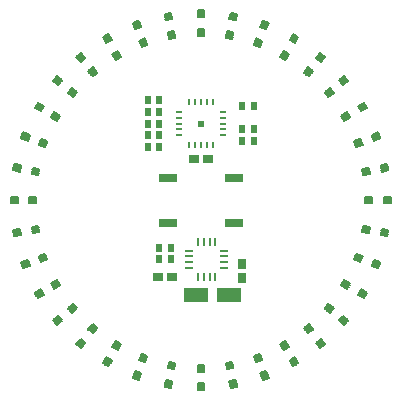
<source format=gbr>
G04 EAGLE Gerber RS-274X export*
G75*
%MOMM*%
%FSLAX34Y34*%
%LPD*%
%INSolderpaste Top*%
%IPPOS*%
%AMOC8*
5,1,8,0,0,1.08239X$1,22.5*%
G01*
%ADD10R,0.925000X0.740000*%
%ADD11R,0.600000X0.700000*%
%ADD12R,0.500000X0.500000*%
%ADD13R,0.482600X0.203200*%
%ADD14R,0.203200X0.482600*%
%ADD15C,0.175000*%
%ADD16R,0.772800X0.270000*%
%ADD17R,0.270000X0.772800*%
%ADD18R,2.000000X1.200000*%
%ADD19R,0.740000X0.925000*%
%ADD20R,1.524000X0.762000*%


D10*
X146000Y105000D03*
X134000Y105000D03*
D11*
X145000Y120000D03*
X135000Y120000D03*
D12*
X170000Y235000D03*
D13*
X151458Y245033D03*
X151458Y239953D03*
X151458Y235000D03*
X151458Y230047D03*
X151458Y224967D03*
X188542Y245033D03*
X188542Y239953D03*
X188542Y235000D03*
X188542Y230047D03*
X188542Y224967D03*
D14*
X159967Y253542D03*
X165047Y253542D03*
X170000Y253542D03*
X174953Y253542D03*
X180033Y253542D03*
X159967Y216458D03*
X165047Y216458D03*
X170000Y216458D03*
X174953Y216458D03*
X180033Y216458D03*
D15*
X307409Y191564D02*
X313189Y192583D01*
X307409Y191564D02*
X306497Y196733D01*
X312277Y197752D01*
X313189Y192583D01*
X313076Y193226D02*
X307116Y193226D01*
X306823Y194888D02*
X312782Y194888D01*
X312489Y196550D02*
X306529Y196550D01*
X323165Y194342D02*
X328945Y195361D01*
X323165Y194342D02*
X322253Y199511D01*
X328033Y200530D01*
X328945Y195361D01*
X328832Y196004D02*
X322872Y196004D01*
X322579Y197666D02*
X328538Y197666D01*
X328245Y199328D02*
X322285Y199328D01*
D16*
X160218Y127500D03*
X160218Y122500D03*
X160218Y117500D03*
X160218Y112500D03*
D17*
X167500Y105218D03*
X172500Y105218D03*
X177500Y105218D03*
X182500Y105218D03*
D16*
X189782Y112500D03*
X189782Y117500D03*
X189782Y122500D03*
X189782Y127500D03*
D17*
X182500Y134782D03*
X177500Y134782D03*
X172500Y134782D03*
X167500Y134782D03*
D18*
X194000Y90000D03*
X166000Y90000D03*
D19*
X205000Y104000D03*
X205000Y116000D03*
D11*
X145000Y130000D03*
X135000Y130000D03*
X205000Y230000D03*
X215000Y230000D03*
D20*
X142060Y189050D03*
X197940Y189050D03*
X142060Y150950D03*
X197940Y150950D03*
D10*
X176000Y205000D03*
X164000Y205000D03*
D15*
X314817Y225501D02*
X320332Y227509D01*
X322127Y222577D01*
X316612Y220569D01*
X314817Y225501D01*
X316007Y222231D02*
X321177Y222231D01*
X321648Y223893D02*
X315402Y223893D01*
X314965Y225555D02*
X321043Y225555D01*
X320438Y227217D02*
X319530Y227217D01*
X305296Y222037D02*
X299781Y220029D01*
X305296Y222037D02*
X307091Y217105D01*
X301576Y215097D01*
X299781Y220029D01*
X300971Y216759D02*
X306141Y216759D01*
X306612Y218421D02*
X300366Y218421D01*
X299929Y220083D02*
X306007Y220083D01*
X305402Y221745D02*
X304494Y221745D01*
X296830Y240195D02*
X291747Y237260D01*
X289122Y241805D01*
X294205Y244740D01*
X296830Y240195D01*
X294625Y238922D02*
X290787Y238922D01*
X289827Y240584D02*
X296605Y240584D01*
X295645Y242246D02*
X289886Y242246D01*
X292764Y243908D02*
X294686Y243908D01*
X305603Y245260D02*
X310686Y248195D01*
X305603Y245260D02*
X302978Y249805D01*
X308061Y252740D01*
X310686Y248195D01*
X308481Y246922D02*
X304643Y246922D01*
X303683Y248584D02*
X310461Y248584D01*
X309501Y250246D02*
X303742Y250246D01*
X306620Y251908D02*
X308542Y251908D01*
X291596Y275457D02*
X287100Y271684D01*
X291596Y275457D02*
X294970Y271436D01*
X290474Y267663D01*
X287100Y271684D01*
X289079Y269325D02*
X292454Y269325D01*
X294435Y270987D02*
X287685Y270987D01*
X288250Y272649D02*
X293952Y272649D01*
X292558Y274311D02*
X290230Y274311D01*
X279340Y265173D02*
X274844Y261400D01*
X279340Y265173D02*
X282714Y261152D01*
X278218Y257379D01*
X274844Y261400D01*
X276823Y259041D02*
X280198Y259041D01*
X282179Y260703D02*
X275429Y260703D01*
X275994Y262365D02*
X281696Y262365D01*
X280302Y264027D02*
X277974Y264027D01*
X261400Y274844D02*
X265173Y279340D01*
X261400Y274844D02*
X257379Y278218D01*
X261152Y282714D01*
X265173Y279340D01*
X262795Y276506D02*
X259419Y276506D01*
X257439Y278168D02*
X264189Y278168D01*
X264589Y279830D02*
X258732Y279830D01*
X260127Y281492D02*
X262608Y281492D01*
X271684Y287100D02*
X275457Y291596D01*
X271684Y287100D02*
X267663Y290474D01*
X271436Y294970D01*
X275457Y291596D01*
X273079Y288762D02*
X269703Y288762D01*
X267723Y290424D02*
X274473Y290424D01*
X274873Y292086D02*
X269016Y292086D01*
X270411Y293748D02*
X272892Y293748D01*
X248195Y310686D02*
X245260Y305603D01*
X248195Y310686D02*
X252740Y308061D01*
X249805Y302978D01*
X245260Y305603D01*
X246927Y304640D02*
X250765Y304640D01*
X251724Y306302D02*
X245664Y306302D01*
X246623Y307964D02*
X252684Y307964D01*
X250030Y309626D02*
X247583Y309626D01*
X240195Y296830D02*
X237260Y291747D01*
X240195Y296830D02*
X244740Y294205D01*
X241805Y289122D01*
X237260Y291747D01*
X238927Y290784D02*
X242765Y290784D01*
X243724Y292446D02*
X237664Y292446D01*
X238623Y294108D02*
X244684Y294108D01*
X242030Y295770D02*
X239583Y295770D01*
X220029Y299781D02*
X222037Y305296D01*
X220029Y299781D02*
X215097Y301576D01*
X217105Y307091D01*
X222037Y305296D01*
X220634Y301443D02*
X215462Y301443D01*
X215654Y303105D02*
X221239Y303105D01*
X221844Y304767D02*
X216259Y304767D01*
X216864Y306429D02*
X218924Y306429D01*
X225501Y314817D02*
X227509Y320332D01*
X225501Y314817D02*
X220569Y316612D01*
X222577Y322127D01*
X227509Y320332D01*
X226106Y316479D02*
X220934Y316479D01*
X221126Y318141D02*
X226711Y318141D01*
X227316Y319803D02*
X221731Y319803D01*
X222336Y321465D02*
X224396Y321465D01*
X195361Y328945D02*
X194342Y323165D01*
X195361Y328945D02*
X200530Y328033D01*
X199511Y322253D01*
X194342Y323165D01*
X194474Y323915D02*
X199804Y323915D01*
X200097Y325577D02*
X194767Y325577D01*
X195060Y327239D02*
X200390Y327239D01*
X195610Y328901D02*
X195353Y328901D01*
X192583Y313189D02*
X191564Y307409D01*
X192583Y313189D02*
X197752Y312277D01*
X196733Y306497D01*
X191564Y307409D01*
X191696Y308159D02*
X197026Y308159D01*
X197319Y309821D02*
X191989Y309821D01*
X192282Y311483D02*
X197612Y311483D01*
X192832Y313145D02*
X192575Y313145D01*
X172625Y314935D02*
X172625Y309065D01*
X167375Y309065D01*
X167375Y314935D01*
X172625Y314935D01*
X172625Y310727D02*
X167375Y310727D01*
X167375Y312389D02*
X172625Y312389D01*
X172625Y314051D02*
X167375Y314051D01*
X172625Y325065D02*
X172625Y330935D01*
X172625Y325065D02*
X167375Y325065D01*
X167375Y330935D01*
X172625Y330935D01*
X172625Y326727D02*
X167375Y326727D01*
X167375Y328389D02*
X172625Y328389D01*
X172625Y330051D02*
X167375Y330051D01*
X139470Y328033D02*
X140489Y322253D01*
X139470Y328033D02*
X144639Y328945D01*
X145658Y323165D01*
X140489Y322253D01*
X140196Y323915D02*
X145526Y323915D01*
X145233Y325577D02*
X139903Y325577D01*
X139610Y327239D02*
X144940Y327239D01*
X144647Y328901D02*
X144390Y328901D01*
X142248Y312277D02*
X143267Y306497D01*
X142248Y312277D02*
X147417Y313189D01*
X148436Y307409D01*
X143267Y306497D01*
X142974Y308159D02*
X148304Y308159D01*
X148011Y309821D02*
X142681Y309821D01*
X142388Y311483D02*
X147718Y311483D01*
X147425Y313145D02*
X147168Y313145D01*
X122895Y307091D02*
X124903Y301576D01*
X119971Y299781D01*
X117963Y305296D01*
X122895Y307091D01*
X124538Y301443D02*
X119366Y301443D01*
X118761Y303105D02*
X124346Y303105D01*
X123741Y304767D02*
X118156Y304767D01*
X121076Y306429D02*
X123136Y306429D01*
X119431Y316612D02*
X117423Y322127D01*
X119431Y316612D02*
X114499Y314817D01*
X112491Y320332D01*
X117423Y322127D01*
X119066Y316479D02*
X113894Y316479D01*
X113289Y318141D02*
X118874Y318141D01*
X118269Y319803D02*
X112684Y319803D01*
X115604Y321465D02*
X117664Y321465D01*
X90195Y302978D02*
X87260Y308061D01*
X91805Y310686D01*
X94740Y305603D01*
X90195Y302978D01*
X89235Y304640D02*
X93073Y304640D01*
X94336Y306302D02*
X88276Y306302D01*
X87316Y307964D02*
X93377Y307964D01*
X92417Y309626D02*
X89970Y309626D01*
X95260Y294205D02*
X98195Y289122D01*
X95260Y294205D02*
X99805Y296830D01*
X102740Y291747D01*
X98195Y289122D01*
X97235Y290784D02*
X101073Y290784D01*
X102336Y292446D02*
X96276Y292446D01*
X95316Y294108D02*
X101377Y294108D01*
X100417Y295770D02*
X97970Y295770D01*
X78848Y282714D02*
X82621Y278218D01*
X78600Y274844D01*
X74827Y279340D01*
X78848Y282714D01*
X77205Y276506D02*
X80581Y276506D01*
X82561Y278168D02*
X75811Y278168D01*
X75411Y279830D02*
X81268Y279830D01*
X79873Y281492D02*
X77392Y281492D01*
X72337Y290474D02*
X68564Y294970D01*
X72337Y290474D02*
X68316Y287100D01*
X64543Y291596D01*
X68564Y294970D01*
X66921Y288762D02*
X70297Y288762D01*
X72277Y290424D02*
X65527Y290424D01*
X65127Y292086D02*
X70984Y292086D01*
X69589Y293748D02*
X67108Y293748D01*
X45030Y271436D02*
X49526Y267663D01*
X45030Y271436D02*
X48404Y275457D01*
X52900Y271684D01*
X49526Y267663D01*
X50921Y269325D02*
X47546Y269325D01*
X45565Y270987D02*
X52315Y270987D01*
X51750Y272649D02*
X46048Y272649D01*
X47442Y274311D02*
X49770Y274311D01*
X57286Y261152D02*
X61782Y257379D01*
X57286Y261152D02*
X60660Y265173D01*
X65156Y261400D01*
X61782Y257379D01*
X63177Y259041D02*
X59802Y259041D01*
X57821Y260703D02*
X64571Y260703D01*
X64006Y262365D02*
X58304Y262365D01*
X59698Y264027D02*
X62026Y264027D01*
X50878Y241805D02*
X45795Y244740D01*
X50878Y241805D02*
X48253Y237260D01*
X43170Y240195D01*
X45795Y244740D01*
X45375Y238922D02*
X49213Y238922D01*
X50173Y240584D02*
X43395Y240584D01*
X44355Y242246D02*
X50114Y242246D01*
X47236Y243908D02*
X45314Y243908D01*
X37022Y249805D02*
X31939Y252740D01*
X37022Y249805D02*
X34397Y245260D01*
X29314Y248195D01*
X31939Y252740D01*
X31519Y246922D02*
X35357Y246922D01*
X36317Y248584D02*
X29539Y248584D01*
X30499Y250246D02*
X36258Y250246D01*
X33380Y251908D02*
X31458Y251908D01*
X17873Y222577D02*
X23388Y220569D01*
X17873Y222577D02*
X19668Y227509D01*
X25183Y225501D01*
X23388Y220569D01*
X23993Y222231D02*
X18823Y222231D01*
X18352Y223893D02*
X24598Y223893D01*
X25035Y225555D02*
X18957Y225555D01*
X19562Y227217D02*
X20470Y227217D01*
X32909Y217105D02*
X38424Y215097D01*
X32909Y217105D02*
X34704Y222037D01*
X40219Y220029D01*
X38424Y215097D01*
X39029Y216759D02*
X33859Y216759D01*
X33388Y218421D02*
X39634Y218421D01*
X40071Y220083D02*
X33993Y220083D01*
X34598Y221745D02*
X35506Y221745D01*
X33503Y196733D02*
X27723Y197752D01*
X33503Y196733D02*
X32591Y191564D01*
X26811Y192583D01*
X27723Y197752D01*
X26924Y193226D02*
X32884Y193226D01*
X33177Y194888D02*
X27218Y194888D01*
X27511Y196550D02*
X33471Y196550D01*
X17747Y199511D02*
X11967Y200530D01*
X17747Y199511D02*
X16835Y194342D01*
X11055Y195361D01*
X11967Y200530D01*
X11168Y196004D02*
X17128Y196004D01*
X17421Y197666D02*
X11462Y197666D01*
X11755Y199328D02*
X17715Y199328D01*
X14935Y167375D02*
X9065Y167375D01*
X9065Y172625D01*
X14935Y172625D01*
X14935Y167375D01*
X14935Y169037D02*
X9065Y169037D01*
X9065Y170699D02*
X14935Y170699D01*
X14935Y172361D02*
X9065Y172361D01*
X25065Y167375D02*
X30935Y167375D01*
X25065Y167375D02*
X25065Y172625D01*
X30935Y172625D01*
X30935Y167375D01*
X30935Y169037D02*
X25065Y169037D01*
X25065Y170699D02*
X30935Y170699D01*
X30935Y172361D02*
X25065Y172361D01*
X26811Y147417D02*
X32591Y148436D01*
X33503Y143267D01*
X27723Y142248D01*
X26811Y147417D01*
X27430Y143910D02*
X33390Y143910D01*
X33096Y145572D02*
X27137Y145572D01*
X26843Y147234D02*
X32803Y147234D01*
X16835Y145658D02*
X11055Y144639D01*
X16835Y145658D02*
X17747Y140489D01*
X11967Y139470D01*
X11055Y144639D01*
X11674Y141132D02*
X17634Y141132D01*
X17340Y142794D02*
X11381Y142794D01*
X11087Y144456D02*
X17047Y144456D01*
X25183Y114499D02*
X19668Y112491D01*
X17873Y117423D01*
X23388Y119431D01*
X25183Y114499D01*
X24233Y114153D02*
X19063Y114153D01*
X18458Y115815D02*
X24704Y115815D01*
X24099Y117477D02*
X18021Y117477D01*
X22586Y119139D02*
X23494Y119139D01*
X34704Y117963D02*
X40219Y119971D01*
X34704Y117963D02*
X32909Y122895D01*
X38424Y124903D01*
X40219Y119971D01*
X39269Y119625D02*
X34099Y119625D01*
X33494Y121287D02*
X39740Y121287D01*
X39135Y122949D02*
X33057Y122949D01*
X37622Y124611D02*
X38530Y124611D01*
X48253Y102740D02*
X43170Y99805D01*
X48253Y102740D02*
X50878Y98195D01*
X45795Y95260D01*
X43170Y99805D01*
X44835Y96922D02*
X48673Y96922D01*
X50653Y98584D02*
X43875Y98584D01*
X43934Y100246D02*
X49693Y100246D01*
X48734Y101908D02*
X46812Y101908D01*
X34397Y94740D02*
X29314Y91805D01*
X34397Y94740D02*
X37022Y90195D01*
X31939Y87260D01*
X29314Y91805D01*
X30979Y88922D02*
X34817Y88922D01*
X36797Y90584D02*
X30019Y90584D01*
X30078Y92246D02*
X35837Y92246D01*
X34878Y93908D02*
X32956Y93908D01*
X52900Y68316D02*
X48404Y64543D01*
X45030Y68564D01*
X49526Y72337D01*
X52900Y68316D01*
X50384Y66205D02*
X47009Y66205D01*
X45615Y67867D02*
X52365Y67867D01*
X51882Y69529D02*
X46180Y69529D01*
X48160Y71191D02*
X50488Y71191D01*
X60660Y74827D02*
X65156Y78600D01*
X60660Y74827D02*
X57286Y78848D01*
X61782Y82621D01*
X65156Y78600D01*
X62640Y76489D02*
X59265Y76489D01*
X57871Y78151D02*
X64621Y78151D01*
X64138Y79813D02*
X58436Y79813D01*
X60416Y81475D02*
X62744Y81475D01*
X78600Y65156D02*
X74827Y60660D01*
X78600Y65156D02*
X82621Y61782D01*
X78848Y57286D01*
X74827Y60660D01*
X76867Y58948D02*
X80243Y58948D01*
X81637Y60610D02*
X74887Y60610D01*
X76180Y62272D02*
X82037Y62272D01*
X80056Y63934D02*
X77575Y63934D01*
X68316Y52900D02*
X64543Y48404D01*
X68316Y52900D02*
X72337Y49526D01*
X68564Y45030D01*
X64543Y48404D01*
X66583Y46692D02*
X69959Y46692D01*
X71353Y48354D02*
X64603Y48354D01*
X65896Y50016D02*
X71753Y50016D01*
X69772Y51678D02*
X67291Y51678D01*
X94740Y34397D02*
X91805Y29314D01*
X87260Y31939D01*
X90195Y37022D01*
X94740Y34397D01*
X92765Y30976D02*
X88927Y30976D01*
X87664Y32638D02*
X93724Y32638D01*
X94684Y34300D02*
X88623Y34300D01*
X89583Y35962D02*
X92030Y35962D01*
X99805Y43170D02*
X102740Y48253D01*
X99805Y43170D02*
X95260Y45795D01*
X98195Y50878D01*
X102740Y48253D01*
X100765Y44832D02*
X96927Y44832D01*
X95664Y46494D02*
X101724Y46494D01*
X102684Y48156D02*
X96623Y48156D01*
X97583Y49818D02*
X100030Y49818D01*
X119971Y40219D02*
X117963Y34704D01*
X119971Y40219D02*
X124903Y38424D01*
X122895Y32909D01*
X117963Y34704D01*
X118328Y34571D02*
X123500Y34571D01*
X124105Y36233D02*
X118520Y36233D01*
X119125Y37895D02*
X124710Y37895D01*
X121790Y39557D02*
X119730Y39557D01*
X114499Y25183D02*
X112491Y19668D01*
X114499Y25183D02*
X119431Y23388D01*
X117423Y17873D01*
X112491Y19668D01*
X112856Y19535D02*
X118028Y19535D01*
X118633Y21197D02*
X113048Y21197D01*
X113653Y22859D02*
X119238Y22859D01*
X116318Y24521D02*
X114258Y24521D01*
X145658Y16835D02*
X144639Y11055D01*
X139470Y11967D01*
X140489Y17747D01*
X145658Y16835D01*
X144932Y12717D02*
X139602Y12717D01*
X139895Y14379D02*
X145225Y14379D01*
X145518Y16041D02*
X140188Y16041D01*
X140481Y17703D02*
X140738Y17703D01*
X147417Y26811D02*
X148436Y32591D01*
X147417Y26811D02*
X142248Y27723D01*
X143267Y33503D01*
X148436Y32591D01*
X147710Y28473D02*
X142380Y28473D01*
X142673Y30135D02*
X148003Y30135D01*
X148296Y31797D02*
X142966Y31797D01*
X143259Y33459D02*
X143516Y33459D01*
X167375Y30935D02*
X167375Y25065D01*
X167375Y30935D02*
X172625Y30935D01*
X172625Y25065D01*
X167375Y25065D01*
X167375Y26727D02*
X172625Y26727D01*
X172625Y28389D02*
X167375Y28389D01*
X167375Y30051D02*
X172625Y30051D01*
X167375Y14935D02*
X167375Y9065D01*
X167375Y14935D02*
X172625Y14935D01*
X172625Y9065D01*
X167375Y9065D01*
X167375Y10727D02*
X172625Y10727D01*
X172625Y12389D02*
X167375Y12389D01*
X167375Y14051D02*
X172625Y14051D01*
X199511Y17747D02*
X200530Y11967D01*
X195361Y11055D01*
X194342Y16835D01*
X199511Y17747D01*
X200398Y12717D02*
X195068Y12717D01*
X194775Y14379D02*
X200105Y14379D01*
X199812Y16041D02*
X194482Y16041D01*
X199262Y17703D02*
X199519Y17703D01*
X197752Y27723D02*
X196733Y33503D01*
X197752Y27723D02*
X192583Y26811D01*
X191564Y32591D01*
X196733Y33503D01*
X197620Y28473D02*
X192290Y28473D01*
X191997Y30135D02*
X197327Y30135D01*
X197034Y31797D02*
X191704Y31797D01*
X196484Y33459D02*
X196741Y33459D01*
X215097Y38424D02*
X217105Y32909D01*
X215097Y38424D02*
X220029Y40219D01*
X222037Y34704D01*
X217105Y32909D01*
X216500Y34571D02*
X221672Y34571D01*
X221480Y36233D02*
X215895Y36233D01*
X215290Y37895D02*
X220875Y37895D01*
X220270Y39557D02*
X218210Y39557D01*
X220569Y23388D02*
X222577Y17873D01*
X220569Y23388D02*
X225501Y25183D01*
X227509Y19668D01*
X222577Y17873D01*
X221972Y19535D02*
X227144Y19535D01*
X226952Y21197D02*
X221367Y21197D01*
X220762Y22859D02*
X226347Y22859D01*
X225742Y24521D02*
X223682Y24521D01*
X249805Y37022D02*
X252740Y31939D01*
X248195Y29314D01*
X245260Y34397D01*
X249805Y37022D01*
X251073Y30976D02*
X247235Y30976D01*
X246276Y32638D02*
X252336Y32638D01*
X251377Y34300D02*
X245316Y34300D01*
X247970Y35962D02*
X250417Y35962D01*
X244740Y45795D02*
X241805Y50878D01*
X244740Y45795D02*
X240195Y43170D01*
X237260Y48253D01*
X241805Y50878D01*
X243073Y44832D02*
X239235Y44832D01*
X238276Y46494D02*
X244336Y46494D01*
X243377Y48156D02*
X237316Y48156D01*
X239970Y49818D02*
X242417Y49818D01*
X257379Y61782D02*
X261152Y57286D01*
X257379Y61782D02*
X261400Y65156D01*
X265173Y60660D01*
X261152Y57286D01*
X259757Y58948D02*
X263133Y58948D01*
X265113Y60610D02*
X258363Y60610D01*
X257963Y62272D02*
X263820Y62272D01*
X262425Y63934D02*
X259944Y63934D01*
X267663Y49526D02*
X271436Y45030D01*
X267663Y49526D02*
X271684Y52900D01*
X275457Y48404D01*
X271436Y45030D01*
X270041Y46692D02*
X273417Y46692D01*
X275397Y48354D02*
X268647Y48354D01*
X268247Y50016D02*
X274104Y50016D01*
X272709Y51678D02*
X270228Y51678D01*
X290474Y72337D02*
X294970Y68564D01*
X291596Y64543D01*
X287100Y68316D01*
X290474Y72337D01*
X289616Y66205D02*
X292991Y66205D01*
X294385Y67867D02*
X287635Y67867D01*
X288118Y69529D02*
X293820Y69529D01*
X291840Y71191D02*
X289512Y71191D01*
X282714Y78848D02*
X278218Y82621D01*
X282714Y78848D02*
X279340Y74827D01*
X274844Y78600D01*
X278218Y82621D01*
X277360Y76489D02*
X280735Y76489D01*
X282129Y78151D02*
X275379Y78151D01*
X275862Y79813D02*
X281564Y79813D01*
X279584Y81475D02*
X277256Y81475D01*
X289122Y98195D02*
X294205Y95260D01*
X289122Y98195D02*
X291747Y102740D01*
X296830Y99805D01*
X294205Y95260D01*
X295165Y96922D02*
X291327Y96922D01*
X289347Y98584D02*
X296125Y98584D01*
X296066Y100246D02*
X290307Y100246D01*
X291266Y101908D02*
X293188Y101908D01*
X302978Y90195D02*
X308061Y87260D01*
X302978Y90195D02*
X305603Y94740D01*
X310686Y91805D01*
X308061Y87260D01*
X309021Y88922D02*
X305183Y88922D01*
X303203Y90584D02*
X309981Y90584D01*
X309922Y92246D02*
X304163Y92246D01*
X305122Y93908D02*
X307044Y93908D01*
X316612Y119431D02*
X322127Y117423D01*
X320332Y112491D01*
X314817Y114499D01*
X316612Y119431D01*
X315767Y114153D02*
X320937Y114153D01*
X321542Y115815D02*
X315296Y115815D01*
X315901Y117477D02*
X321979Y117477D01*
X317414Y119139D02*
X316506Y119139D01*
X307091Y122895D02*
X301576Y124903D01*
X307091Y122895D02*
X305296Y117963D01*
X299781Y119971D01*
X301576Y124903D01*
X300731Y119625D02*
X305901Y119625D01*
X306506Y121287D02*
X300260Y121287D01*
X300865Y122949D02*
X306943Y122949D01*
X302378Y124611D02*
X301470Y124611D01*
X306497Y143267D02*
X312277Y142248D01*
X306497Y143267D02*
X307409Y148436D01*
X313189Y147417D01*
X312277Y142248D01*
X312570Y143910D02*
X306610Y143910D01*
X306904Y145572D02*
X312863Y145572D01*
X313157Y147234D02*
X307197Y147234D01*
X322253Y140489D02*
X328033Y139470D01*
X322253Y140489D02*
X323165Y145658D01*
X328945Y144639D01*
X328033Y139470D01*
X328326Y141132D02*
X322366Y141132D01*
X322660Y142794D02*
X328619Y142794D01*
X328913Y144456D02*
X322953Y144456D01*
X325065Y172625D02*
X330935Y172625D01*
X330935Y167375D01*
X325065Y167375D01*
X325065Y172625D01*
X325065Y169037D02*
X330935Y169037D01*
X330935Y170699D02*
X325065Y170699D01*
X325065Y172361D02*
X330935Y172361D01*
X314935Y172625D02*
X309065Y172625D01*
X314935Y172625D02*
X314935Y167375D01*
X309065Y167375D01*
X309065Y172625D01*
X309065Y169037D02*
X314935Y169037D01*
X314935Y170699D02*
X309065Y170699D01*
X309065Y172361D02*
X314935Y172361D01*
D11*
X125000Y255000D03*
X135000Y255000D03*
X125000Y245000D03*
X135000Y245000D03*
X125000Y235000D03*
X135000Y235000D03*
X125000Y225000D03*
X135000Y225000D03*
X125000Y215000D03*
X135000Y215000D03*
X215000Y220000D03*
X205000Y220000D03*
X215000Y250000D03*
X205000Y250000D03*
M02*

</source>
